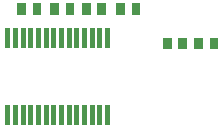
<source format=gbr>
G04 start of page 10 for group -4015 idx -4015 *
G04 Title: encoder, toppaste *
G04 Creator: pcb 20140316 *
G04 CreationDate: Mon 25 Sep 2017 03:55:45 AM GMT UTC *
G04 For: brian *
G04 Format: Gerber/RS-274X *
G04 PCB-Dimensions (mil): 1250.00 1300.00 *
G04 PCB-Coordinate-Origin: lower left *
%MOIN*%
%FSLAX25Y25*%
%LNTOPPASTE*%
%ADD58R,0.0165X0.0165*%
%ADD57R,0.0295X0.0295*%
G54D57*X100441Y74492D02*Y73508D01*
X105559Y74492D02*Y73508D01*
X95059Y74492D02*Y73508D01*
X89941Y74492D02*Y73508D01*
X52441Y85992D02*Y85008D01*
X57559Y85992D02*Y85008D01*
X41441Y85992D02*Y85008D01*
X46559Y85992D02*Y85008D01*
X74441Y85992D02*Y85008D01*
X79559Y85992D02*Y85008D01*
X68059Y85992D02*Y85008D01*
X62941Y85992D02*Y85008D01*
G54D58*X36822Y52602D02*Y47681D01*
X39381Y52602D02*Y47681D01*
X41940Y52602D02*Y47681D01*
X44499Y52602D02*Y47681D01*
X47058Y52602D02*Y47681D01*
X49617Y52602D02*Y47681D01*
X52176Y52602D02*Y47681D01*
X54735Y52602D02*Y47681D01*
X57294Y52602D02*Y47681D01*
X59854Y52602D02*Y47681D01*
X62413Y52602D02*Y47681D01*
X64972Y52602D02*Y47681D01*
X67531Y52602D02*Y47681D01*
X70050Y52602D02*Y47681D01*
Y78389D02*Y73468D01*
X67531Y78389D02*Y73468D01*
X64972Y78389D02*Y73468D01*
X62413Y78389D02*Y73468D01*
X59854Y78389D02*Y73468D01*
X57294Y78389D02*Y73468D01*
X54735Y78389D02*Y73468D01*
X52176Y78389D02*Y73468D01*
X49617Y78389D02*Y73468D01*
X47058Y78389D02*Y73468D01*
X44499Y78389D02*Y73468D01*
X41940Y78389D02*Y73468D01*
X39381Y78389D02*Y73468D01*
X36822Y78389D02*Y73468D01*
M02*

</source>
